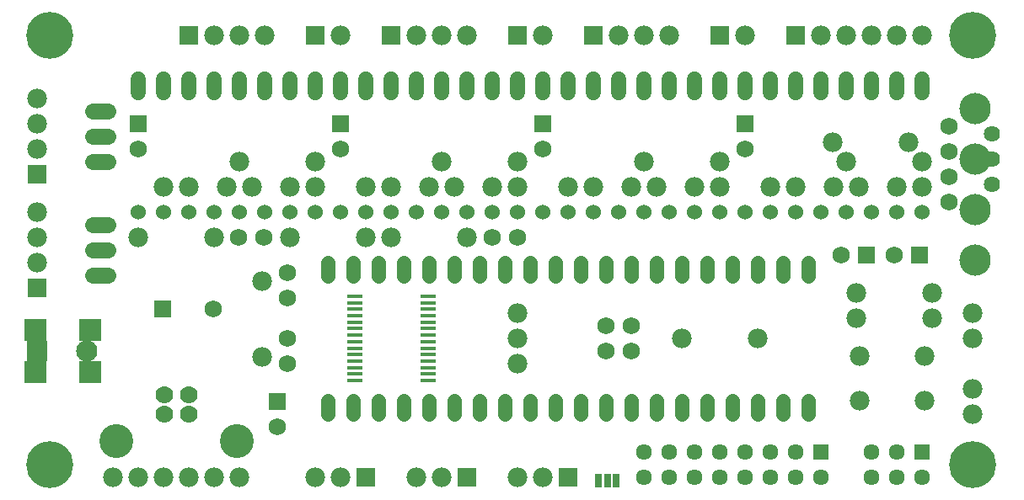
<source format=gbs>
G75*
G70*
%OFA0B0*%
%FSLAX24Y24*%
%IPPOS*%
%LPD*%
%AMOC8*
5,1,8,0,0,1.08239X$1,22.5*
%
%ADD10C,0.0780*%
%ADD11C,0.0690*%
%ADD12C,0.0700*%
%ADD13C,0.1340*%
%ADD14R,0.0590X0.0177*%
%ADD15C,0.0600*%
%ADD16C,0.0600*%
%ADD17R,0.0690X0.0690*%
%ADD18R,0.0780X0.0780*%
%ADD19C,0.1240*%
%ADD20C,0.0560*%
%ADD21C,0.0640*%
%ADD22R,0.0290X0.0540*%
%ADD23R,0.0840X0.0840*%
%ADD24C,0.0840*%
%ADD25R,0.0867X0.0867*%
%ADD26C,0.0640*%
%ADD27C,0.0634*%
%ADD28R,0.0634X0.0634*%
%ADD29C,0.1857*%
D10*
X005058Y002572D03*
X006058Y002572D03*
X007058Y002572D03*
X008058Y002572D03*
X009058Y002572D03*
X010058Y002572D03*
X013058Y002572D03*
X014058Y002572D03*
X017058Y002572D03*
X018058Y002572D03*
X021058Y002572D03*
X022058Y002572D03*
X021058Y007072D03*
X021058Y008072D03*
X021058Y009072D03*
X019058Y012072D03*
X016058Y012072D03*
X015058Y012072D03*
X012058Y012072D03*
X009058Y012072D03*
X010958Y010322D03*
X006058Y012072D03*
X007058Y014072D03*
X008058Y014072D03*
X009558Y014072D03*
X010558Y014072D03*
X012058Y014072D03*
X013058Y014072D03*
X013058Y015072D03*
X015058Y014072D03*
X016058Y014072D03*
X017558Y014072D03*
X018558Y014072D03*
X020058Y014072D03*
X021058Y014072D03*
X021058Y015072D03*
X023058Y014072D03*
X024058Y014072D03*
X025558Y014072D03*
X026558Y014072D03*
X028058Y014072D03*
X029058Y014072D03*
X031058Y014072D03*
X032058Y014072D03*
X033558Y014072D03*
X034558Y014072D03*
X036058Y014072D03*
X037058Y014072D03*
X037058Y015072D03*
X036508Y015822D03*
X034058Y015072D03*
X033508Y015822D03*
X029058Y015072D03*
X026058Y015072D03*
X018058Y015072D03*
X010058Y015072D03*
X002058Y015572D03*
X002058Y016572D03*
X002058Y017572D03*
X009058Y020072D03*
X010058Y020072D03*
X011058Y020072D03*
X014058Y020072D03*
X017058Y020072D03*
X018058Y020072D03*
X019058Y020072D03*
X022058Y020072D03*
X025058Y020072D03*
X026058Y020072D03*
X027058Y020072D03*
X030058Y020072D03*
X033058Y020072D03*
X034058Y020072D03*
X035058Y020072D03*
X036058Y020072D03*
X037058Y020072D03*
X037458Y009872D03*
X039058Y009072D03*
X037458Y008872D03*
X039058Y008072D03*
X037145Y007369D03*
X039058Y006072D03*
X039058Y005072D03*
X037145Y005589D03*
X034585Y005589D03*
X034585Y007369D03*
X034458Y008872D03*
X034458Y009872D03*
X030558Y008072D03*
X027558Y008072D03*
X010958Y007322D03*
X002058Y011072D03*
X002058Y012072D03*
X002058Y013072D03*
D11*
X006058Y015572D03*
X010008Y012072D03*
X011008Y012072D03*
X011958Y010672D03*
X011958Y009672D03*
X009008Y009222D03*
X011958Y008072D03*
X011958Y007072D03*
X011558Y004572D03*
X024558Y007572D03*
X025558Y007572D03*
X025558Y008572D03*
X024558Y008572D03*
X021058Y012072D03*
X020058Y012072D03*
X022058Y015572D03*
X014058Y015572D03*
X030058Y015572D03*
X033858Y011372D03*
X035958Y011366D03*
X038108Y013472D03*
X038108Y014472D03*
X038108Y015472D03*
X038108Y016472D03*
D12*
X008050Y005852D03*
X007066Y005852D03*
X007066Y005072D03*
X008050Y005072D03*
D13*
X009928Y004002D03*
X005188Y004002D03*
D14*
X014619Y006409D03*
X014619Y006665D03*
X014619Y006921D03*
X014619Y007177D03*
X014619Y007433D03*
X014619Y007688D03*
X014619Y007944D03*
X014619Y008200D03*
X014619Y008456D03*
X014619Y008712D03*
X014619Y008968D03*
X014619Y009224D03*
X014619Y009480D03*
X014619Y009736D03*
X017498Y009736D03*
X017498Y009480D03*
X017498Y009224D03*
X017498Y008968D03*
X017498Y008712D03*
X017498Y008456D03*
X017498Y008200D03*
X017498Y007944D03*
X017498Y007688D03*
X017498Y007433D03*
X017498Y007177D03*
X017498Y006921D03*
X017498Y006665D03*
X017498Y006409D03*
D15*
X017058Y013072D03*
X016058Y013072D03*
X015058Y013072D03*
X014058Y013072D03*
X013058Y013072D03*
X012058Y013072D03*
X011058Y013072D03*
X010058Y013072D03*
X009058Y013072D03*
X008058Y013072D03*
X007058Y013072D03*
X006058Y013072D03*
X018058Y013072D03*
X019058Y013072D03*
X020058Y013072D03*
X021058Y013072D03*
X022058Y013072D03*
X023058Y013072D03*
X024058Y013072D03*
X025058Y013072D03*
X026058Y013072D03*
X027058Y013072D03*
X028058Y013072D03*
X029058Y013072D03*
X030058Y013072D03*
X031058Y013072D03*
X032058Y013072D03*
X033058Y013072D03*
X034058Y013072D03*
X035058Y013072D03*
X036058Y013072D03*
X037058Y013072D03*
D16*
X037058Y017792D02*
X037058Y018352D01*
X036058Y018352D02*
X036058Y017792D01*
X035058Y017792D02*
X035058Y018352D01*
X034058Y018352D02*
X034058Y017792D01*
X033058Y017792D02*
X033058Y018352D01*
X032058Y018352D02*
X032058Y017792D01*
X031058Y017792D02*
X031058Y018352D01*
X030058Y018352D02*
X030058Y017792D01*
X029058Y017792D02*
X029058Y018352D01*
X028058Y018352D02*
X028058Y017792D01*
X027058Y017792D02*
X027058Y018352D01*
X026058Y018352D02*
X026058Y017792D01*
X025058Y017792D02*
X025058Y018352D01*
X024058Y018352D02*
X024058Y017792D01*
X023058Y017792D02*
X023058Y018352D01*
X022058Y018352D02*
X022058Y017792D01*
X021058Y017792D02*
X021058Y018352D01*
X020058Y018352D02*
X020058Y017792D01*
X019058Y017792D02*
X019058Y018352D01*
X018058Y018352D02*
X018058Y017792D01*
X017058Y017792D02*
X017058Y018352D01*
X016058Y018352D02*
X016058Y017792D01*
X015058Y017792D02*
X015058Y018352D01*
X014058Y018352D02*
X014058Y017792D01*
X013058Y017792D02*
X013058Y018352D01*
X012058Y018352D02*
X012058Y017792D01*
X011058Y017792D02*
X011058Y018352D01*
X010058Y018352D02*
X010058Y017792D01*
X009058Y017792D02*
X009058Y018352D01*
X008058Y018352D02*
X008058Y017792D01*
X007058Y017792D02*
X007058Y018352D01*
X006058Y018352D02*
X006058Y017792D01*
D17*
X006058Y016572D03*
X014058Y016572D03*
X022058Y016572D03*
X030058Y016572D03*
X034858Y011372D03*
X036958Y011366D03*
X011558Y005572D03*
X007008Y009222D03*
D18*
X002058Y010072D03*
X002058Y014572D03*
X008058Y020072D03*
X013058Y020072D03*
X016058Y020072D03*
X021058Y020072D03*
X024058Y020072D03*
X029058Y020072D03*
X032058Y020072D03*
X023058Y002572D03*
X019058Y002572D03*
X015058Y002572D03*
D19*
X039152Y011172D03*
X039152Y013172D03*
X039152Y015172D03*
X039152Y017172D03*
D20*
X032558Y011072D02*
X032558Y010552D01*
X031558Y010552D02*
X031558Y011072D01*
X030558Y011072D02*
X030558Y010552D01*
X029558Y010552D02*
X029558Y011072D01*
X028558Y011072D02*
X028558Y010552D01*
X027558Y010552D02*
X027558Y011072D01*
X026558Y011072D02*
X026558Y010552D01*
X025558Y010552D02*
X025558Y011072D01*
X024558Y011072D02*
X024558Y010552D01*
X023558Y010552D02*
X023558Y011072D01*
X022558Y011072D02*
X022558Y010552D01*
X021558Y010552D02*
X021558Y011072D01*
X020558Y011072D02*
X020558Y010552D01*
X019558Y010552D02*
X019558Y011072D01*
X018558Y011072D02*
X018558Y010552D01*
X017558Y010552D02*
X017558Y011072D01*
X016558Y011072D02*
X016558Y010552D01*
X015558Y010552D02*
X015558Y011072D01*
X014558Y011072D02*
X014558Y010552D01*
X013558Y010552D02*
X013558Y011072D01*
X013558Y005592D02*
X013558Y005072D01*
X014558Y005072D02*
X014558Y005592D01*
X015558Y005592D02*
X015558Y005072D01*
X016558Y005072D02*
X016558Y005592D01*
X017558Y005592D02*
X017558Y005072D01*
X018558Y005072D02*
X018558Y005592D01*
X019558Y005592D02*
X019558Y005072D01*
X020558Y005072D02*
X020558Y005592D01*
X021558Y005592D02*
X021558Y005072D01*
X022558Y005072D02*
X022558Y005592D01*
X023558Y005592D02*
X023558Y005072D01*
X024558Y005072D02*
X024558Y005592D01*
X025558Y005592D02*
X025558Y005072D01*
X026558Y005072D02*
X026558Y005592D01*
X027558Y005592D02*
X027558Y005072D01*
X028558Y005072D02*
X028558Y005592D01*
X029558Y005592D02*
X029558Y005072D01*
X030558Y005072D02*
X030558Y005592D01*
X031558Y005592D02*
X031558Y005072D01*
X032558Y005072D02*
X032558Y005592D01*
D21*
X004858Y010572D02*
X004258Y010572D01*
X004258Y011572D02*
X004858Y011572D01*
X004858Y012572D02*
X004258Y012572D01*
X004258Y015072D02*
X004858Y015072D01*
X004858Y016072D02*
X004258Y016072D01*
X004258Y017072D02*
X004858Y017072D01*
D22*
X024258Y002422D03*
X024608Y002422D03*
X024958Y002422D03*
D23*
X002058Y007572D03*
D24*
X004027Y007572D03*
D25*
X004141Y006746D03*
X001976Y006746D03*
X001976Y008399D03*
X004141Y008399D03*
D26*
X039808Y014172D03*
X039808Y015172D03*
X039808Y016172D03*
D27*
X036058Y003572D03*
X035058Y003572D03*
X035058Y002572D03*
X036058Y002572D03*
X037058Y002572D03*
X033058Y002572D03*
X032058Y002572D03*
X031058Y002572D03*
X030058Y002572D03*
X029058Y002572D03*
X028058Y002572D03*
X027058Y002572D03*
X026058Y002572D03*
X026058Y003572D03*
X027058Y003572D03*
X028058Y003572D03*
X029058Y003572D03*
X030058Y003572D03*
X031058Y003572D03*
X032058Y003572D03*
D28*
X033058Y003572D03*
X037058Y003572D03*
D29*
X039058Y003072D03*
X039058Y020072D03*
X002558Y020072D03*
X002558Y003072D03*
M02*

</source>
